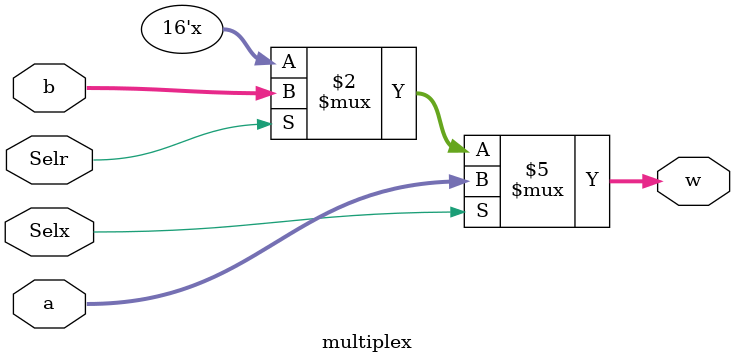
<source format=v>
`timescale 1ps/1ps

module multiplex(input[15:0] a,b,input Selx,Selr,output reg[15:0] w);

	always@(Selx,Selr) begin
		if(Selx) w<=a;else begin
			if(Selr) w<=b;
		end
	end		
	
endmodule
</source>
